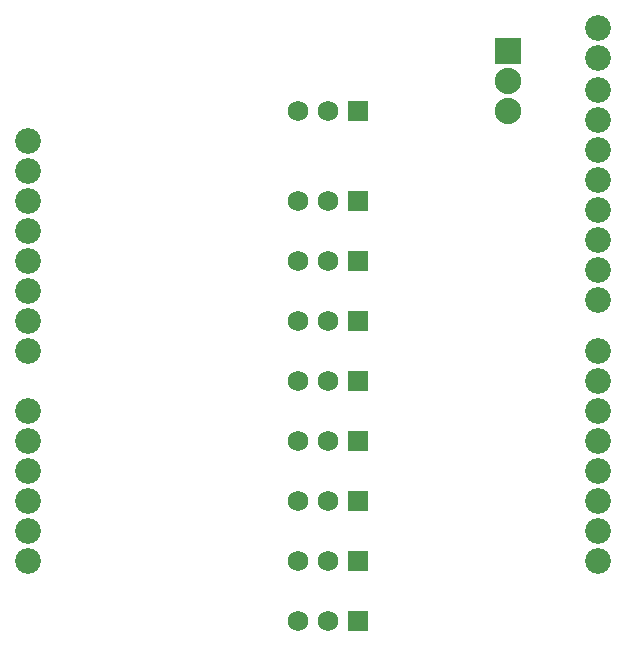
<source format=gts>
G04 MADE WITH FRITZING*
G04 WWW.FRITZING.ORG*
G04 DOUBLE SIDED*
G04 HOLES PLATED*
G04 CONTOUR ON CENTER OF CONTOUR VECTOR*
%ASAXBY*%
%FSLAX23Y23*%
%MOIN*%
%OFA0B0*%
%SFA1.0B1.0*%
%ADD10C,0.085833*%
%ADD11C,0.069000*%
%ADD12C,0.088000*%
%ADD13R,0.069000X0.069000*%
%ADD14R,0.088000X0.088000*%
%LNMASK1*%
G90*
G70*
G54D10*
X2049Y2140D03*
X2049Y2040D03*
X2049Y1933D03*
X2049Y1833D03*
X2049Y1733D03*
X2049Y1633D03*
X2049Y1533D03*
X2049Y1433D03*
X2049Y1333D03*
X2049Y1233D03*
X2049Y1063D03*
X2049Y963D03*
X2049Y863D03*
X2049Y763D03*
X2049Y663D03*
X2049Y563D03*
X2049Y463D03*
X2049Y363D03*
X149Y1763D03*
X149Y1663D03*
X149Y1563D03*
X149Y1463D03*
X149Y1363D03*
X149Y1263D03*
X149Y1163D03*
X149Y1063D03*
X149Y863D03*
X149Y763D03*
X149Y663D03*
X149Y563D03*
X149Y463D03*
X149Y363D03*
G54D11*
X1249Y163D03*
X1149Y163D03*
X1049Y163D03*
X1249Y363D03*
X1149Y363D03*
X1049Y363D03*
X1249Y563D03*
X1149Y563D03*
X1049Y563D03*
X1249Y763D03*
X1149Y763D03*
X1049Y763D03*
X1249Y963D03*
X1149Y963D03*
X1049Y963D03*
X1249Y1163D03*
X1149Y1163D03*
X1049Y1163D03*
X1249Y1863D03*
X1149Y1863D03*
X1049Y1863D03*
X1249Y1363D03*
X1149Y1363D03*
X1049Y1363D03*
X1249Y1563D03*
X1149Y1563D03*
X1049Y1563D03*
G54D12*
X1749Y2063D03*
X1749Y1963D03*
X1749Y1863D03*
G54D13*
X1249Y163D03*
X1249Y363D03*
X1249Y563D03*
X1249Y763D03*
X1249Y963D03*
X1249Y1163D03*
X1249Y1863D03*
X1249Y1363D03*
X1249Y1563D03*
G54D14*
X1749Y2063D03*
G04 End of Mask1*
M02*
</source>
